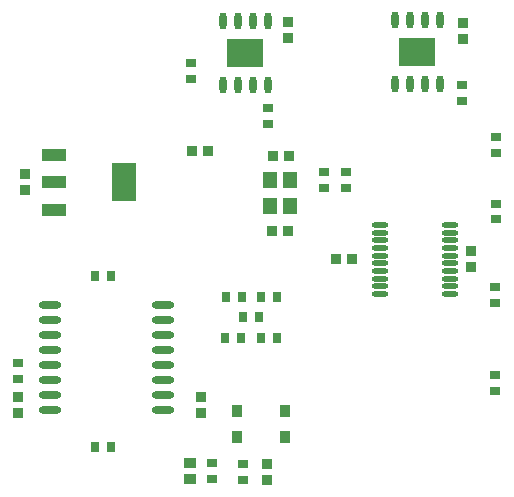
<source format=gtp>
G04 Layer_Color=8421504*
%FSLAX25Y25*%
%MOIN*%
G70*
G01*
G75*
%ADD10R,0.03150X0.03740*%
%ADD11R,0.08268X0.12795*%
%ADD12R,0.08268X0.03937*%
%ADD13R,0.03740X0.03347*%
%ADD14O,0.05512X0.01772*%
%ADD15R,0.03740X0.03150*%
%ADD16R,0.12205X0.09449*%
%ADD17O,0.02362X0.05709*%
%ADD18R,0.03347X0.03740*%
%ADD19R,0.04724X0.05512*%
%ADD20R,0.03543X0.03937*%
%ADD21R,0.03937X0.03347*%
%ADD22O,0.07480X0.02362*%
D10*
X117618Y73344D02*
D03*
X112303D02*
D03*
X167815Y66258D02*
D03*
X173130D02*
D03*
X161319D02*
D03*
X156004D02*
D03*
X155610Y52872D02*
D03*
X160925D02*
D03*
X117618Y16258D02*
D03*
X112303D02*
D03*
X173130Y52872D02*
D03*
X167815D02*
D03*
X166831Y59565D02*
D03*
X161516D02*
D03*
D11*
X121843Y104588D02*
D03*
D12*
X98614Y95533D02*
D03*
Y104588D02*
D03*
Y113643D02*
D03*
D13*
X88976Y107382D02*
D03*
Y102067D02*
D03*
X237795Y76476D02*
D03*
Y81791D02*
D03*
X235039Y152362D02*
D03*
Y157677D02*
D03*
X176772Y152756D02*
D03*
Y158071D02*
D03*
X169685Y5332D02*
D03*
Y10647D02*
D03*
X86614Y33088D02*
D03*
Y27773D02*
D03*
X147638Y27773D02*
D03*
Y33088D02*
D03*
D14*
X207283Y90372D02*
D03*
Y87813D02*
D03*
Y85254D02*
D03*
Y82695D02*
D03*
Y80135D02*
D03*
Y77576D02*
D03*
Y75017D02*
D03*
Y72458D02*
D03*
Y69899D02*
D03*
Y67340D02*
D03*
X230512Y90372D02*
D03*
Y87813D02*
D03*
Y85254D02*
D03*
Y82695D02*
D03*
Y80135D02*
D03*
Y77576D02*
D03*
Y75017D02*
D03*
Y72458D02*
D03*
Y69899D02*
D03*
Y67340D02*
D03*
D15*
X245669Y35138D02*
D03*
Y40453D02*
D03*
Y69587D02*
D03*
Y64272D02*
D03*
X246063Y92224D02*
D03*
Y97539D02*
D03*
Y119587D02*
D03*
Y114272D02*
D03*
X144488Y139075D02*
D03*
Y144390D02*
D03*
X234685Y137108D02*
D03*
Y131793D02*
D03*
X169961Y129427D02*
D03*
Y124112D02*
D03*
X161799Y10765D02*
D03*
Y5450D02*
D03*
X151181Y11041D02*
D03*
Y5726D02*
D03*
X86614Y38895D02*
D03*
Y44210D02*
D03*
X188583Y107891D02*
D03*
Y102576D02*
D03*
X196063Y107891D02*
D03*
Y102576D02*
D03*
D16*
X219685Y147950D02*
D03*
X162461Y147769D02*
D03*
D17*
X227185Y158679D02*
D03*
X222185D02*
D03*
X217185D02*
D03*
X212185D02*
D03*
X227185Y137222D02*
D03*
X222185D02*
D03*
X217185D02*
D03*
X212185D02*
D03*
X169961Y158498D02*
D03*
X164961D02*
D03*
X159961D02*
D03*
X154961D02*
D03*
X169961Y137041D02*
D03*
X164961D02*
D03*
X159961D02*
D03*
X154961D02*
D03*
D18*
X177067Y113386D02*
D03*
X171752D02*
D03*
X171358Y88305D02*
D03*
X176673D02*
D03*
X149902Y114902D02*
D03*
X144587D02*
D03*
X192618Y79134D02*
D03*
X197933D02*
D03*
D19*
X177342Y105210D02*
D03*
X170650D02*
D03*
Y96549D02*
D03*
X177342D02*
D03*
D20*
X175787Y19801D02*
D03*
X159646D02*
D03*
X175787Y28462D02*
D03*
X159646D02*
D03*
D21*
X144095Y11139D02*
D03*
Y5628D02*
D03*
D22*
X97441Y63679D02*
D03*
Y58679D02*
D03*
Y53679D02*
D03*
Y48679D02*
D03*
Y43679D02*
D03*
Y38679D02*
D03*
Y33679D02*
D03*
Y28679D02*
D03*
X134843Y63679D02*
D03*
Y58679D02*
D03*
Y53679D02*
D03*
Y48679D02*
D03*
Y43679D02*
D03*
Y38679D02*
D03*
Y33679D02*
D03*
Y28679D02*
D03*
M02*

</source>
